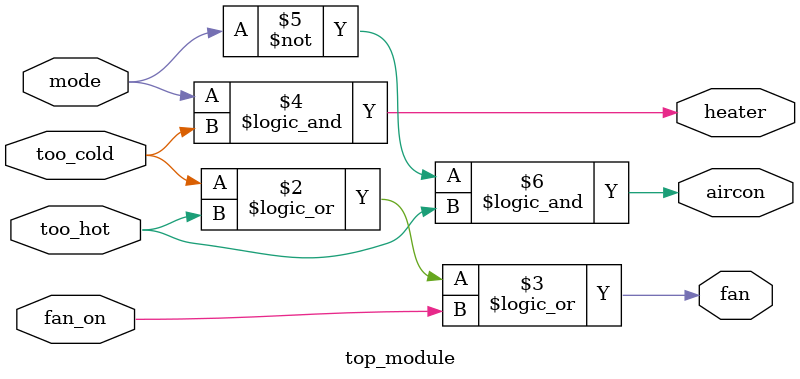
<source format=sv>
module top_module(
    input mode,
    input too_cold, 
    input too_hot,
    input fan_on,
    output reg heater,
    output reg aircon,
    output reg fan
);

always @(*) begin
    // Set the fan output
    fan = (too_cold || too_hot || fan_on);
    
    // Set the heater output
    heater = (mode && too_cold);
    
    // Set the aircon output
    aircon = (~mode && too_hot);
end

endmodule

</source>
